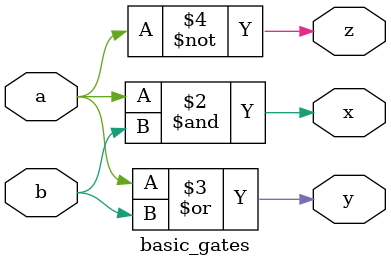
<source format=v>
module basic_gates(
  input a,b,
  output reg x,y,z  
);
  
  //'*' means the block executes whenever any signal used on the RHS inside this always block changes 
  always @(*) begin
    x=a&b;     //AND gate
    y=a|b;     //OR gate
    z=~a;      //NOT gate
  end
  //x,y and z shoulb be reg because they are assigned in an always block
  
  
endmodule
    
    
  
</source>
